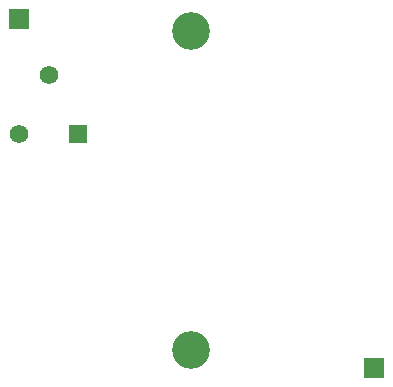
<source format=gbs>
%TF.GenerationSoftware,KiCad,Pcbnew,6.0.2+dfsg-1*%
%TF.CreationDate,2023-09-24T18:39:51+02:00*%
%TF.ProjectId,lampetit-battery,6c616d70-6574-4697-942d-626174746572,rev?*%
%TF.SameCoordinates,Original*%
%TF.FileFunction,Soldermask,Bot*%
%TF.FilePolarity,Negative*%
%FSLAX46Y46*%
G04 Gerber Fmt 4.6, Leading zero omitted, Abs format (unit mm)*
G04 Created by KiCad (PCBNEW 6.0.2+dfsg-1) date 2023-09-24 18:39:51*
%MOMM*%
%LPD*%
G01*
G04 APERTURE LIST*
%ADD10R,1.560000X1.560000*%
%ADD11C,1.560000*%
%ADD12C,3.200000*%
%ADD13R,1.700000X1.700000*%
G04 APERTURE END LIST*
D10*
%TO.C,RV1*%
X119100000Y-69040000D03*
D11*
X116600000Y-64040000D03*
X114100000Y-69040000D03*
%TD*%
D12*
%TO.C,REF\u002A\u002A*%
X128600000Y-60300000D03*
%TD*%
D13*
%TO.C,J2*%
X144100000Y-88800000D03*
%TD*%
%TO.C,J1*%
X114100000Y-59300000D03*
%TD*%
D12*
%TO.C,REF\u002A\u002A*%
X128600000Y-87300000D03*
%TD*%
M02*

</source>
